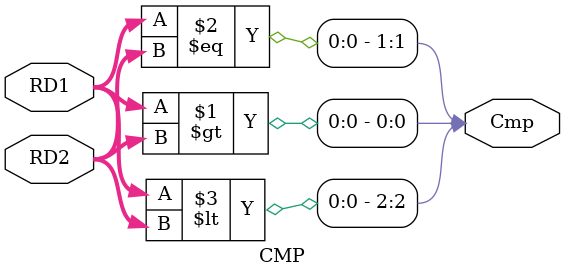
<source format=v>
`timescale 1ns / 1ps
module CMP (
    input [31:0] RD1,
    input [31:0] RD2,
    output [2:0] Cmp
);
    
    assign Cmp[0] = RD1 > RD2;
    assign Cmp[1] = RD1 == RD2;
    assign Cmp[2] = RD1 < RD2;
endmodule
</source>
